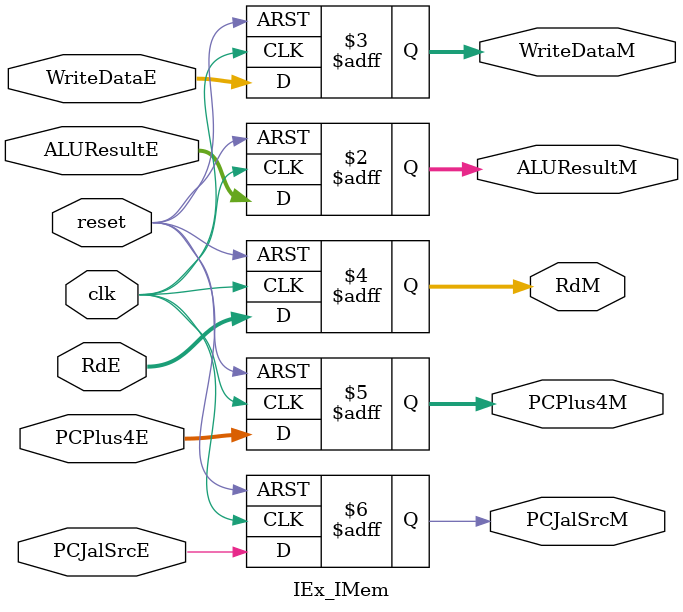
<source format=sv>
module IEx_IMem(input logic clk, reset,
                input logic PCJalSrcE,
                input logic [31:0] ALUResultE, WriteDataE, 
                input logic [4:0] RdE, 
                input logic [31:0] PCPlus4E,
                output logic [31:0] ALUResultM, WriteDataM,
                output logic [4:0] RdM, 
                output logic [31:0] PCPlus4M,
                output logic        PCJalSrcM);

always_ff @( posedge clk, posedge reset ) begin 
    if (reset) begin
        ALUResultM <= 0;
        WriteDataM <= 0;
        RdM <= 0; 
        PCPlus4M <= 0;
        PCJalSrcM <= 0 ;
    end

    else begin
        ALUResultM <= ALUResultE;
        WriteDataM <= WriteDataE;
        RdM <= RdE; 
        PCPlus4M <= PCPlus4E; 
        PCJalSrcM <= PCJalSrcE;
    end
    
end

endmodule


</source>
